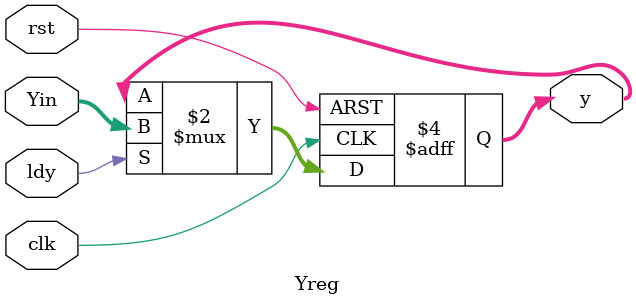
<source format=sv>
module Yreg(input [7:0]Yin,input clk,rst,ldy,output  logic [7:0]y);
always@(posedge clk,posedge rst) begin
if(rst) y <=8'b0; else 
if (ldy) y <=Yin;
end
endmodule

</source>
